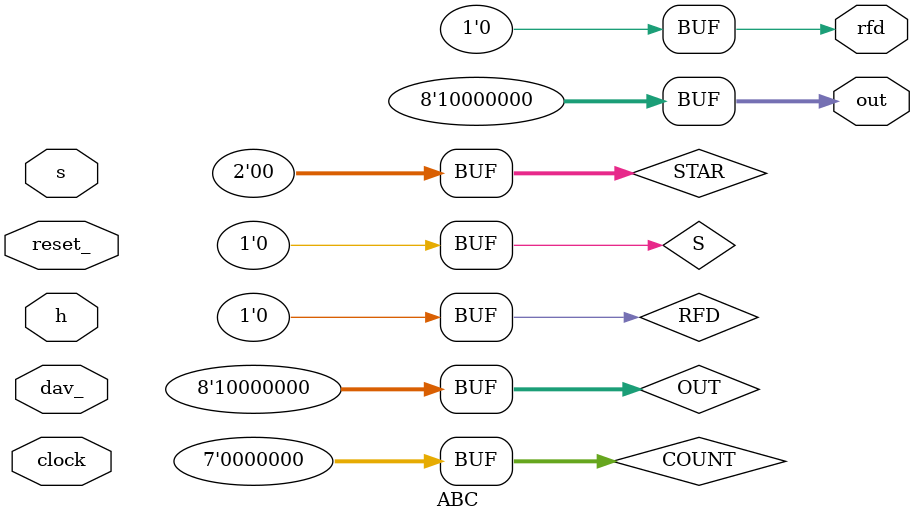
<source format=v>
module ABC (
    dav_, rfd,
    s, h, 
    clock, reset_,
    out
);
    input clock, reset_;
    output[7:0] out;
    input s;
    input[6:0] h;
    input dav_;
    output rfd;

    reg RFD; assign rfd = RFD;
    reg[7:0] OUT; assign out = OUT;
    reg S;
    reg[6:0] COUNT;

    reg[1:0] STAR;
    localparam S0 = 0, S1 = 1, S2 = 2;

    always @(reset_ == 0) #1
    begin
        RFD <= 0;
        OUT <= 8'h80;
        STAR <= S0;
        S <= 0;
        COUNT <= 0;
    end

    always @(posedge clock) #3
    casex(STAR)
        S0: begin
            RFD <= 1; // Siamo pronti a leggere, quindi leggiamo
            COUNT <= h;
            S <= s;
            STAR <= (dav_ == 0) ? S1 : S0; // Quando stiamo leggendo i dati giusti usciamo
        end 
        S1: begin
            RFD <= 0; // Non si legge più
            OUT <= (S == 0) ? (OUT + 1) : (OUT - 1); // Triangolo
            COUNT <= COUNT - 1;
            STAR <= (COUNT == 1) ? S2 : S1; // Siamo in fondo?
        end
        S2: begin
            OUT <= 8'h80; // Resettiamo la linea a zero
            STAR <= (dav_ == 1) ? S0 : S2; // Aspettiamo che il produttore si accorga che abbiamo finito
            // Quando rialzeremo rfd lui se ne accorgerà e ci darà nuovi dati
        end
    endcase

endmodule
</source>
